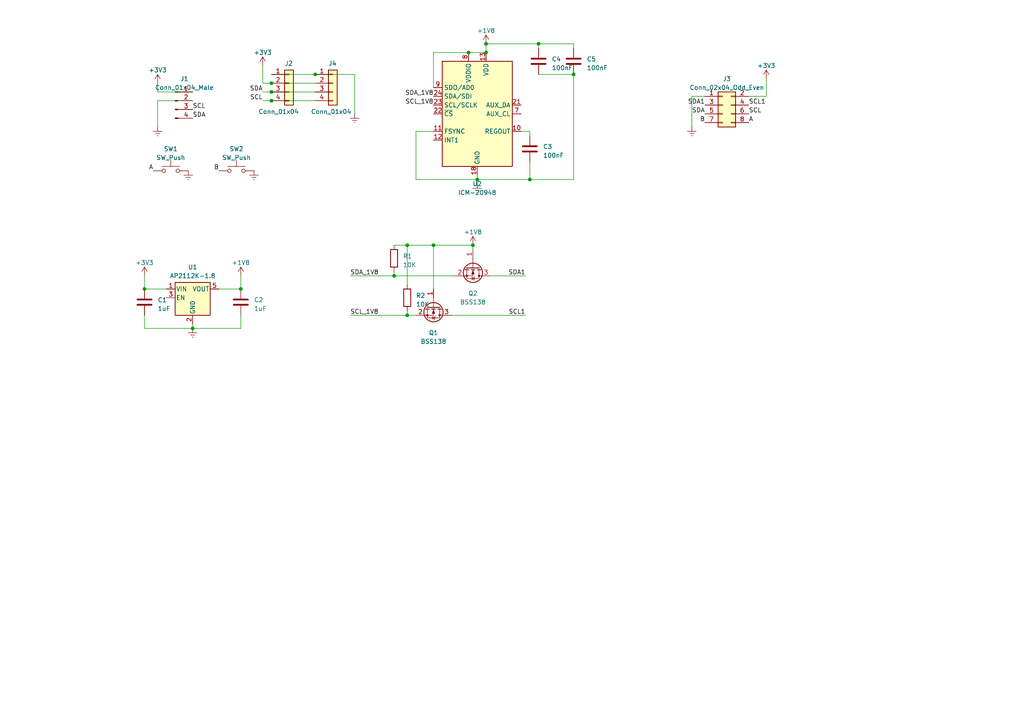
<source format=kicad_sch>
(kicad_sch (version 20210406) (generator eeschema)
  (paper "A4")
  (lib_symbols
    (symbol "Connector:Conn_01x04_Male" (pin_names (offset 1.016) hide)
      (property "Reference" "J" (at 0 5.08 0))
      (property "Value" "Conn_01x04_Male" (at 0 -7.62 0))
      (symbol "Conn_01x04_Male_1_1"
        (rectangle (start 0.8636 -4.953) (end 0 -5.207) (stroke (width 0.1524)) (fill (type outline)))
        (rectangle (start 0.8636 -2.413) (end 0 -2.667) (stroke (width 0.1524)) (fill (type outline)))
        (rectangle (start 0.8636 0.127) (end 0 -0.127) (stroke (width 0.1524)) (fill (type outline)))
        (rectangle (start 0.8636 2.667) (end 0 2.413) (stroke (width 0.1524)) (fill (type outline)))
        (polyline (pts (xy 1.27 -5.08) (xy 0.8636 -5.08)) (stroke (width 0.1524)))
        (polyline (pts (xy 1.27 -2.54) (xy 0.8636 -2.54)) (stroke (width 0.1524)))
        (polyline (pts (xy 1.27 0) (xy 0.8636 0)) (stroke (width 0.1524)))
        (polyline (pts (xy 1.27 2.54) (xy 0.8636 2.54)) (stroke (width 0.1524)))
        (pin passive line (at 5.08 2.54 180) (length 3.81) (name "Pin_1") (number "1"))
        (pin passive line (at 5.08 0 180) (length 3.81) (name "Pin_2") (number "2"))
        (pin passive line (at 5.08 -2.54 180) (length 3.81) (name "Pin_3") (number "3"))
        (pin passive line (at 5.08 -5.08 180) (length 3.81) (name "Pin_4") (number "4"))
      )
    )
    (symbol "Connector_Generic:Conn_01x04" (pin_names (offset 1.016) hide)
      (property "Reference" "J" (at 0 5.08 0))
      (property "Value" "Conn_01x04" (at 0 -7.62 0))
      (symbol "Conn_01x04_1_1"
        (rectangle (start -1.27 -4.953) (end 0 -5.207) (stroke (width 0.1524)))
        (rectangle (start -1.27 -2.413) (end 0 -2.667) (stroke (width 0.1524)))
        (rectangle (start -1.27 0.127) (end 0 -0.127) (stroke (width 0.1524)))
        (rectangle (start -1.27 2.667) (end 0 2.413) (stroke (width 0.1524)))
        (rectangle (start -1.27 3.81) (end 1.27 -6.35) (stroke (width 0.254)) (fill (type background)))
        (pin passive line (at -5.08 2.54 0) (length 3.81) (name "Pin_1") (number "1"))
        (pin passive line (at -5.08 0 0) (length 3.81) (name "Pin_2") (number "2"))
        (pin passive line (at -5.08 -2.54 0) (length 3.81) (name "Pin_3") (number "3"))
        (pin passive line (at -5.08 -5.08 0) (length 3.81) (name "Pin_4") (number "4"))
      )
    )
    (symbol "Connector_Generic:Conn_02x04_Odd_Even" (pin_names (offset 1.016) hide)
      (property "Reference" "J" (at 1.27 5.08 0))
      (property "Value" "Conn_02x04_Odd_Even" (at 1.27 -7.62 0))
      (symbol "Conn_02x04_Odd_Even_1_1"
        (rectangle (start -1.27 -4.953) (end 0 -5.207) (stroke (width 0.1524)))
        (rectangle (start -1.27 -2.413) (end 0 -2.667) (stroke (width 0.1524)))
        (rectangle (start -1.27 0.127) (end 0 -0.127) (stroke (width 0.1524)))
        (rectangle (start -1.27 2.667) (end 0 2.413) (stroke (width 0.1524)))
        (rectangle (start 3.81 -4.953) (end 2.54 -5.207) (stroke (width 0.1524)))
        (rectangle (start 3.81 -2.413) (end 2.54 -2.667) (stroke (width 0.1524)))
        (rectangle (start 3.81 0.127) (end 2.54 -0.127) (stroke (width 0.1524)))
        (rectangle (start 3.81 2.667) (end 2.54 2.413) (stroke (width 0.1524)))
        (rectangle (start -1.27 3.81) (end 3.81 -6.35) (stroke (width 0.254)) (fill (type background)))
        (pin passive line (at -5.08 2.54 0) (length 3.81) (name "Pin_1") (number "1"))
        (pin passive line (at 7.62 2.54 180) (length 3.81) (name "Pin_2") (number "2"))
        (pin passive line (at -5.08 0 0) (length 3.81) (name "Pin_3") (number "3"))
        (pin passive line (at 7.62 0 180) (length 3.81) (name "Pin_4") (number "4"))
        (pin passive line (at -5.08 -2.54 0) (length 3.81) (name "Pin_5") (number "5"))
        (pin passive line (at 7.62 -2.54 180) (length 3.81) (name "Pin_6") (number "6"))
        (pin passive line (at -5.08 -5.08 0) (length 3.81) (name "Pin_7") (number "7"))
        (pin passive line (at 7.62 -5.08 180) (length 3.81) (name "Pin_8") (number "8"))
      )
    )
    (symbol "Device:C" (pin_numbers hide) (pin_names (offset 0.254))
      (property "Reference" "C" (at 0.635 2.54 0))
      (property "Value" "C" (at 0.635 -2.54 0))
      (symbol "C_0_1"
        (polyline (pts (xy -2.032 -0.762) (xy 2.032 -0.762)) (stroke (width 0.508)))
        (polyline (pts (xy -2.032 0.762) (xy 2.032 0.762)) (stroke (width 0.508)))
      )
      (symbol "C_1_1"
        (pin passive line (at 0 3.81 270) (length 2.794) (name "~") (number "1"))
        (pin passive line (at 0 -3.81 90) (length 2.794) (name "~") (number "2"))
      )
    )
    (symbol "Device:R" (pin_numbers hide) (pin_names (offset 0))
      (property "Reference" "R" (at 2.032 0 90))
      (property "Value" "R" (at 0 0 90))
      (symbol "R_0_1"
        (rectangle (start -1.016 -2.54) (end 1.016 2.54) (stroke (width 0.254)))
      )
      (symbol "R_1_1"
        (pin passive line (at 0 3.81 270) (length 1.27) (name "~") (number "1"))
        (pin passive line (at 0 -3.81 90) (length 1.27) (name "~") (number "2"))
      )
    )
    (symbol "Regulator_Linear:AP2112K-1.8" (pin_names (offset 0.254))
      (property "Reference" "U" (at -5.08 5.715 0))
      (property "Value" "AP2112K-1.8" (at 0 5.715 0))
      (symbol "AP2112K-1.8_0_1"
        (rectangle (start -5.08 4.445) (end 5.08 -5.08) (stroke (width 0.254)) (fill (type background)))
      )
      (symbol "AP2112K-1.8_1_1"
        (pin power_in line (at -7.62 2.54 0) (length 2.54) (name "VIN") (number "1"))
        (pin power_in line (at 0 -7.62 90) (length 2.54) (name "GND") (number "2"))
        (pin input line (at -7.62 0 0) (length 2.54) (name "EN") (number "3"))
        (pin no_connect line (at 5.08 0 180) (length 2.54) hide (name "NC") (number "4"))
        (pin power_out line (at 7.62 2.54 180) (length 2.54) (name "VOUT") (number "5"))
      )
    )
    (symbol "Sensor_Motion:ICM-20948"
      (property "Reference" "U" (at -11.43 16.51 0))
      (property "Value" "ICM-20948" (at 7.62 -16.51 0))
      (symbol "ICM-20948_0_1"
        (rectangle (start -10.16 15.24) (end 10.16 -15.24) (stroke (width 0.254)) (fill (type background)))
      )
      (symbol "ICM-20948_1_1"
        (pin no_connect line (at -10.16 12.7 0) (length 2.54) hide (name "NC") (number "1"))
        (pin passive line (at 12.7 -5.08 180) (length 2.54) (name "REGOUT") (number "10"))
        (pin input line (at -12.7 -5.08 0) (length 2.54) (name "FSYNC") (number "11"))
        (pin output line (at -12.7 -7.62 0) (length 2.54) (name "INT1") (number "12"))
        (pin power_in line (at 2.54 17.78 270) (length 2.54) (name "VDD") (number "13"))
        (pin no_connect line (at 10.16 7.62 180) (length 2.54) hide (name "NC") (number "14"))
        (pin no_connect line (at 10.16 5.08 180) (length 2.54) hide (name "NC") (number "15"))
        (pin no_connect line (at 10.16 -7.62 180) (length 2.54) hide (name "NC") (number "16"))
        (pin no_connect line (at 10.16 -10.16 180) (length 2.54) hide (name "NC") (number "17"))
        (pin power_in line (at 0 -17.78 90) (length 2.54) (name "GND") (number "18"))
        (pin no_connect line (at 10.16 -12.7 180) (length 2.54) hide (name "RESV") (number "19"))
        (pin no_connect line (at -10.16 10.16 0) (length 2.54) hide (name "NC") (number "2"))
        (pin passive line (at 0 -17.78 90) (length 2.54) hide (name "GND") (number "20"))
        (pin bidirectional line (at 12.7 2.54 180) (length 2.54) (name "AUX_DA") (number "21"))
        (pin input line (at -12.7 0 0) (length 2.54) (name "~CS") (number "22"))
        (pin input line (at -12.7 2.54 0) (length 2.54) (name "SCL/SCLK") (number "23"))
        (pin bidirectional line (at -12.7 5.08 0) (length 2.54) (name "SDA/SDI") (number "24"))
        (pin no_connect line (at -10.16 -2.54 0) (length 2.54) hide (name "NC") (number "3"))
        (pin no_connect line (at -10.16 -10.16 0) (length 2.54) hide (name "NC") (number "4"))
        (pin no_connect line (at -10.16 -12.7 0) (length 2.54) hide (name "NC") (number "5"))
        (pin no_connect line (at 10.16 10.16 180) (length 2.54) hide (name "NC") (number "6"))
        (pin output line (at 12.7 0 180) (length 2.54) (name "AUX_CL") (number "7"))
        (pin power_in line (at -2.54 17.78 270) (length 2.54) (name "VDDIO") (number "8"))
        (pin bidirectional line (at -12.7 7.62 0) (length 2.54) (name "SDO/AD0") (number "9"))
      )
    )
    (symbol "Switch:SW_Push" (pin_numbers hide) (pin_names (offset 1.016) hide)
      (property "Reference" "SW" (at 1.27 2.54 0))
      (property "Value" "SW_Push" (at 0 -1.524 0))
      (symbol "SW_Push_0_1"
        (circle (center -2.032 0) (radius 0.508))
        (circle (center 2.032 0) (radius 0.508))
        (polyline (pts (xy 0 1.27) (xy 0 3.048)))
        (polyline (pts (xy 2.54 1.27) (xy -2.54 1.27)))
        (pin passive line (at -5.08 0 0) (length 2.54) (name "1") (number "1"))
        (pin passive line (at 5.08 0 180) (length 2.54) (name "2") (number "2"))
      )
    )
    (symbol "Transistor_FET:BSS138" (pin_names hide)
      (property "Reference" "Q" (at 5.08 1.905 0))
      (property "Value" "BSS138" (at 5.08 0 0))
      (symbol "BSS138_0_1"
        (circle (center 1.651 0) (radius 2.794) (stroke (width 0.254)))
        (circle (center 2.54 -1.778) (radius 0.254) (fill (type outline)))
        (circle (center 2.54 1.778) (radius 0.254) (fill (type outline)))
        (polyline (pts (xy 0.254 0) (xy -2.54 0)))
        (polyline (pts (xy 0.254 1.905) (xy 0.254 -1.905)) (stroke (width 0.254)))
        (polyline (pts (xy 0.762 -1.27) (xy 0.762 -2.286)) (stroke (width 0.254)))
        (polyline (pts (xy 0.762 0.508) (xy 0.762 -0.508)) (stroke (width 0.254)))
        (polyline (pts (xy 0.762 2.286) (xy 0.762 1.27)) (stroke (width 0.254)))
        (polyline (pts (xy 2.54 2.54) (xy 2.54 1.778)))
        (polyline (pts (xy 2.54 -2.54) (xy 2.54 0) (xy 0.762 0)))
        (polyline (pts (xy 0.762 -1.778) (xy 3.302 -1.778) (xy 3.302 1.778) (xy 0.762 1.778)))
        (polyline (pts (xy 2.794 0.508) (xy 2.921 0.381) (xy 3.683 0.381) (xy 3.81 0.254)))
        (polyline (pts (xy 3.302 0.381) (xy 2.921 -0.254) (xy 3.683 -0.254) (xy 3.302 0.381)))
        (polyline (pts (xy 1.016 0) (xy 2.032 0.381) (xy 2.032 -0.381) (xy 1.016 0)) (fill (type outline)))
      )
      (symbol "BSS138_1_1"
        (pin input line (at -5.08 0 0) (length 2.54) (name "G") (number "1"))
        (pin passive line (at 2.54 -5.08 90) (length 2.54) (name "S") (number "2"))
        (pin passive line (at 2.54 5.08 270) (length 2.54) (name "D") (number "3"))
      )
    )
    (symbol "power:+1V8" (power) (pin_names (offset 0))
      (property "Value" "+1V8" (at 0 3.556 0))
      (symbol "+1V8_0_1"
        (polyline (pts (xy -0.762 1.27) (xy 0 2.54)))
        (polyline (pts (xy 0 0) (xy 0 2.54)))
        (polyline (pts (xy 0 2.54) (xy 0.762 1.27)))
      )
      (symbol "+1V8_1_1"
        (pin power_in line (at 0 0 90) (length 0) hide (name "+1V8") (number "1"))
      )
    )
    (symbol "power:+3.3V" (power) (pin_names (offset 0))
      (property "Value" "+3.3V" (at 0 3.556 0))
      (symbol "+3.3V_0_1"
        (polyline (pts (xy -0.762 1.27) (xy 0 2.54)))
        (polyline (pts (xy 0 0) (xy 0 2.54)))
        (polyline (pts (xy 0 2.54) (xy 0.762 1.27)))
      )
      (symbol "+3.3V_1_1"
        (pin power_in line (at 0 0 90) (length 0) hide (name "+3V3") (number "1"))
      )
    )
    (symbol "power:GNDREF" (power) (pin_names (offset 0))
      (property "Value" "GNDREF" (at 0 -3.81 0))
      (symbol "GNDREF_0_1"
        (polyline (pts (xy -0.635 -1.905) (xy 0.635 -1.905)))
        (polyline (pts (xy -0.127 -2.54) (xy 0.127 -2.54)))
        (polyline (pts (xy 0 -1.27) (xy 0 0)))
        (polyline (pts (xy 1.27 -1.27) (xy -1.27 -1.27)))
      )
      (symbol "GNDREF_1_1"
        (pin power_in line (at 0 0 270) (length 0) hide (name "GNDREF") (number "1"))
      )
    )
  )
  (junction (at 41.91 83.82) (diameter 0.9144))
  (junction (at 55.88 95.25) (diameter 0.9144))
  (junction (at 69.85 83.82) (diameter 0.9144))
  (junction (at 78.74 24.13) (diameter 0.9144))
  (junction (at 78.74 26.67) (diameter 0.9144))
  (junction (at 78.74 29.21) (diameter 0.9144))
  (junction (at 91.44 21.59) (diameter 0.9144))
  (junction (at 114.3 80.01) (diameter 0.9144))
  (junction (at 118.11 71.12) (diameter 0.9144))
  (junction (at 118.11 91.44) (diameter 0.9144))
  (junction (at 125.73 71.12) (diameter 0.9144))
  (junction (at 135.89 15.24) (diameter 0.9144))
  (junction (at 137.16 71.12) (diameter 0.9144))
  (junction (at 138.43 52.07) (diameter 0.9144))
  (junction (at 140.97 12.7) (diameter 0.9144))
  (junction (at 140.97 15.24) (diameter 0.9144))
  (junction (at 153.67 52.07) (diameter 0.9144))
  (junction (at 156.21 12.7) (diameter 0.9144))
  (junction (at 166.37 21.59) (diameter 0.9144))
  (wire (pts (xy 41.91 80.01) (xy 41.91 83.82)))
  (wire (pts (xy 41.91 83.82) (xy 48.26 83.82)))
  (wire (pts (xy 41.91 91.44) (xy 41.91 95.25)))
  (wire (pts (xy 41.91 95.25) (xy 55.88 95.25)))
  (wire (pts (xy 45.72 24.13) (xy 45.72 26.67)))
  (wire (pts (xy 45.72 29.21) (xy 45.72 36.83)))
  (wire (pts (xy 55.88 26.67) (xy 45.72 26.67)))
  (wire (pts (xy 55.88 29.21) (xy 45.72 29.21)))
  (wire (pts (xy 55.88 93.98) (xy 55.88 95.25)))
  (wire (pts (xy 55.88 95.25) (xy 69.85 95.25)))
  (wire (pts (xy 63.5 83.82) (xy 69.85 83.82)))
  (wire (pts (xy 69.85 80.01) (xy 69.85 83.82)))
  (wire (pts (xy 69.85 91.44) (xy 69.85 95.25)))
  (wire (pts (xy 76.2 24.13) (xy 76.2 19.05)))
  (wire (pts (xy 76.2 26.67) (xy 78.74 26.67)))
  (wire (pts (xy 76.2 29.21) (xy 78.74 29.21)))
  (wire (pts (xy 78.74 21.59) (xy 91.44 21.59)))
  (wire (pts (xy 78.74 24.13) (xy 76.2 24.13)))
  (wire (pts (xy 78.74 24.13) (xy 91.44 24.13)))
  (wire (pts (xy 78.74 26.67) (xy 91.44 26.67)))
  (wire (pts (xy 78.74 29.21) (xy 91.44 29.21)))
  (wire (pts (xy 91.44 21.59) (xy 102.87 21.59)))
  (wire (pts (xy 101.6 80.01) (xy 114.3 80.01)))
  (wire (pts (xy 101.6 91.44) (xy 118.11 91.44)))
  (wire (pts (xy 102.87 21.59) (xy 102.87 33.02)))
  (wire (pts (xy 114.3 71.12) (xy 118.11 71.12)))
  (wire (pts (xy 114.3 78.74) (xy 114.3 80.01)))
  (wire (pts (xy 114.3 80.01) (xy 132.08 80.01)))
  (wire (pts (xy 118.11 71.12) (xy 118.11 82.55)))
  (wire (pts (xy 118.11 71.12) (xy 125.73 71.12)))
  (wire (pts (xy 118.11 90.17) (xy 118.11 91.44)))
  (wire (pts (xy 118.11 91.44) (xy 120.65 91.44)))
  (wire (pts (xy 120.65 38.1) (xy 120.65 52.07)))
  (wire (pts (xy 120.65 52.07) (xy 138.43 52.07)))
  (wire (pts (xy 125.73 15.24) (xy 135.89 15.24)))
  (wire (pts (xy 125.73 25.4) (xy 125.73 15.24)))
  (wire (pts (xy 125.73 38.1) (xy 120.65 38.1)))
  (wire (pts (xy 125.73 71.12) (xy 137.16 71.12)))
  (wire (pts (xy 125.73 83.82) (xy 125.73 71.12)))
  (wire (pts (xy 130.81 91.44) (xy 152.4 91.44)))
  (wire (pts (xy 135.89 15.24) (xy 140.97 15.24)))
  (wire (pts (xy 137.16 71.12) (xy 137.16 72.39)))
  (wire (pts (xy 138.43 50.8) (xy 138.43 52.07)))
  (wire (pts (xy 138.43 52.07) (xy 138.43 53.34)))
  (wire (pts (xy 138.43 52.07) (xy 153.67 52.07)))
  (wire (pts (xy 140.97 12.7) (xy 140.97 15.24)))
  (wire (pts (xy 140.97 12.7) (xy 156.21 12.7)))
  (wire (pts (xy 142.24 80.01) (xy 152.4 80.01)))
  (wire (pts (xy 151.13 38.1) (xy 153.67 38.1)))
  (wire (pts (xy 153.67 38.1) (xy 153.67 39.37)))
  (wire (pts (xy 153.67 46.99) (xy 153.67 52.07)))
  (wire (pts (xy 156.21 12.7) (xy 156.21 13.97)))
  (wire (pts (xy 156.21 12.7) (xy 166.37 12.7)))
  (wire (pts (xy 156.21 21.59) (xy 166.37 21.59)))
  (wire (pts (xy 166.37 12.7) (xy 166.37 13.97)))
  (wire (pts (xy 166.37 21.59) (xy 166.37 52.07)))
  (wire (pts (xy 166.37 52.07) (xy 153.67 52.07)))
  (wire (pts (xy 200.66 27.94) (xy 200.66 36.83)))
  (wire (pts (xy 200.66 27.94) (xy 204.47 27.94)))
  (wire (pts (xy 217.17 27.94) (xy 222.25 27.94)))
  (wire (pts (xy 222.25 22.86) (xy 222.25 27.94)))
  (label "A" (at 44.45 49.53 180))
  (label "SCL" (at 55.88 31.75 0))
  (label "SDA" (at 55.88 34.29 0))
  (label "B" (at 63.5 49.53 180))
  (label "SDA" (at 76.2 26.67 180))
  (label "SCL" (at 76.2 29.21 180))
  (label "SDA_1V8" (at 101.6 80.01 0))
  (label "SCL_1V8" (at 101.6 91.44 0))
  (label "SDA_1V8" (at 125.73 27.94 180))
  (label "SCL_1V8" (at 125.73 30.48 180))
  (label "SDA1" (at 152.4 80.01 180))
  (label "SCL1" (at 152.4 91.44 180))
  (label "SDA1" (at 204.47 30.48 180))
  (label "SDA" (at 204.47 33.02 180))
  (label "B" (at 204.47 35.56 180))
  (label "SCL1" (at 217.17 30.48 0))
  (label "SCL" (at 217.17 33.02 0))
  (label "A" (at 217.17 35.56 0))
  (symbol (lib_id "power:+3.3V") (at 41.91 80.01 0) (unit 1)
    (property "Reference" "#PWR01" (effects hide))
    (property "Value" "+3.3V" (at 41.91 76.2 0))
  )
  (symbol (lib_id "power:+3.3V") (at 45.72 24.13 0) (unit 1)
    (property "Reference" "#PWR0103" (effects hide))
    (property "Value" "+3.3V" (at 45.72 20.32 0))
  )
  (symbol (lib_id "power:+1V8") (at 69.85 80.01 0) (unit 1)
    (property "Reference" "#PWR03" (effects hide))
    (property "Value" "+1V8" (at 69.85 76.2 0))
  )
  (symbol (lib_id "power:+3.3V") (at 76.2 19.05 0) (unit 1)
    (property "Reference" "#PWR0108" (effects hide))
    (property "Value" "+3.3V" (at 76.2 15.24 0))
  )
  (symbol (lib_id "power:+1V8") (at 137.16 71.12 0) (unit 1)
    (property "Reference" "#PWR04" (effects hide))
    (property "Value" "+1V8" (at 137.16 67.31 0))
  )
  (symbol (lib_id "power:+1V8") (at 140.97 12.7 0) (unit 1)
    (property "Reference" "#PWR06" (effects hide))
    (property "Value" "+1V8" (at 140.97 8.89 0))
  )
  (symbol (lib_id "power:+3.3V") (at 222.25 22.86 0) (unit 1)
    (property "Reference" "#PWR0102" (effects hide))
    (property "Value" "+3.3V" (at 222.25 19.05 0))
  )
  (symbol (lib_id "power:GNDREF") (at 45.72 36.83 0) (unit 1)
    (property "Reference" "#PWR0104" (effects hide))
    (property "Value" "GNDREF" (effects hide))
  )
  (symbol (lib_id "power:GNDREF") (at 54.61 49.53 0) (unit 1)
    (property "Reference" "#PWR0105" (effects hide))
    (property "Value" "GNDREF" (effects hide))
  )
  (symbol (lib_id "power:GNDREF") (at 55.88 95.25 0) (unit 1)
    (property "Reference" "#PWR02" (effects hide))
    (property "Value" "GNDREF" (effects hide))
  )
  (symbol (lib_id "power:GNDREF") (at 73.66 49.53 0) (unit 1)
    (property "Reference" "#PWR0106" (effects hide))
    (property "Value" "GNDREF" (effects hide))
  )
  (symbol (lib_id "power:GNDREF") (at 102.87 33.02 0) (unit 1)
    (property "Reference" "#PWR0107" (effects hide))
    (property "Value" "GNDREF" (effects hide))
  )
  (symbol (lib_id "power:GNDREF") (at 138.43 53.34 0) (unit 1)
    (property "Reference" "#PWR05" (effects hide))
    (property "Value" "GNDREF" (effects hide))
  )
  (symbol (lib_id "power:GNDREF") (at 200.66 36.83 0) (unit 1)
    (property "Reference" "#PWR0101" (effects hide))
    (property "Value" "GNDREF" (effects hide))
  )
  (symbol (lib_id "Device:R") (at 114.3 74.93 0) (unit 1)
    (property "Reference" "R1" (at 116.84 74.2949 0) (effects (justify left)))
    (property "Value" "10K" (at 116.84 76.8349 0) (effects (justify left)))
    (property "Footprint" "Resistor_SMD:R_0603_1608Metric" (effects hide))
  )
  (symbol (lib_id "Device:R") (at 118.11 86.36 0) (unit 1)
    (property "Reference" "R2" (at 120.65 85.7249 0) (effects (justify left)))
    (property "Value" "10K" (at 120.65 88.2649 0) (effects (justify left)))
    (property "Footprint" "Resistor_SMD:R_0603_1608Metric" (effects hide))
  )
  (symbol (lib_id "Device:C") (at 41.91 87.63 0) (unit 1)
    (property "Reference" "C1" (at 45.72 86.9949 0) (effects (justify left)))
    (property "Value" "1uF" (at 45.72 89.5349 0) (effects (justify left)))
    (property "Footprint" "Capacitor_SMD:C_0805_2012Metric" (effects hide))
  )
  (symbol (lib_id "Device:C") (at 69.85 87.63 0) (unit 1)
    (property "Reference" "C2" (at 73.66 86.9949 0) (effects (justify left)))
    (property "Value" "1uF" (at 73.66 89.5349 0) (effects (justify left)))
    (property "Footprint" "Capacitor_SMD:C_0805_2012Metric" (effects hide))
  )
  (symbol (lib_id "Device:C") (at 153.67 43.18 0) (unit 1)
    (property "Reference" "C3" (at 157.48 42.5449 0) (effects (justify left)))
    (property "Value" "100nF" (at 157.48 45.0849 0) (effects (justify left)))
    (property "Footprint" "Capacitor_SMD:C_0603_1608Metric" (effects hide))
  )
  (symbol (lib_id "Device:C") (at 156.21 17.78 0) (unit 1)
    (property "Reference" "C4" (at 160.02 17.1449 0) (effects (justify left)))
    (property "Value" "100nF" (at 160.02 19.6849 0) (effects (justify left)))
    (property "Footprint" "Capacitor_SMD:C_0603_1608Metric" (effects hide))
  )
  (symbol (lib_id "Device:C") (at 166.37 17.78 0) (unit 1)
    (property "Reference" "C5" (at 170.18 17.1449 0) (effects (justify left)))
    (property "Value" "100nF" (at 170.18 19.6849 0) (effects (justify left)))
    (property "Footprint" "Capacitor_SMD:C_0603_1608Metric" (effects hide))
  )
  (symbol (lib_id "Switch:SW_Push") (at 49.53 49.53 0) (unit 1)
    (property "Reference" "SW1" (at 49.53 43.18 0))
    (property "Value" "SW_Push" (at 49.53 45.72 0))
    (property "Footprint" "Button_Switch_THT:SW_PUSH_6mm_H4.3mm" (effects hide))
  )
  (symbol (lib_id "Switch:SW_Push") (at 68.58 49.53 0) (unit 1)
    (property "Reference" "SW2" (at 68.58 43.18 0))
    (property "Value" "SW_Push" (at 68.58 45.72 0))
    (property "Footprint" "Button_Switch_THT:SW_PUSH_6mm_H4.3mm" (effects hide))
  )
  (symbol (lib_id "Connector:Conn_01x04_Male") (at 50.8 29.21 0) (unit 1)
    (property "Reference" "J1" (at 53.4924 22.86 0))
    (property "Value" "Conn_01x04_Male" (at 53.4924 25.4 0))
    (property "Footprint" "shurik-personal:OLED_128x64_1_3in" (effects hide))
  )
  (symbol (lib_id "Connector_Generic:Conn_01x04") (at 83.82 24.13 0) (unit 1)
    (property "Reference" "J2" (at 82.55 18.4149 0) (effects (justify left)))
    (property "Value" "Conn_01x04" (at 74.93 32.3849 0) (effects (justify left)))
    (property "Footprint" "Connector_JST:JST_SH_SM04B-SRSS-TB_1x04-1MP_P1.00mm_Horizontal" (effects hide))
  )
  (symbol (lib_id "Connector_Generic:Conn_01x04") (at 96.52 24.13 0) (unit 1)
    (property "Reference" "J4" (at 95.25 18.4149 0) (effects (justify left)))
    (property "Value" "Conn_01x04" (at 90.17 32.3849 0) (effects (justify left)))
    (property "Footprint" "Connector_JST:JST_SH_SM04B-SRSS-TB_1x04-1MP_P1.00mm_Horizontal" (effects hide))
  )
  (symbol (lib_id "Transistor_FET:BSS138") (at 125.73 88.9 270) (unit 1)
    (property "Reference" "Q1" (at 125.73 96.52 90))
    (property "Value" "BSS138" (at 125.73 99.06 90))
    (property "Footprint" "Package_TO_SOT_SMD:SOT-23" (effects hide))
    (property "Datasheet" "https://www.onsemi.com/pub/Collateral/BSS138-D.PDF" (effects hide))
  )
  (symbol (lib_id "Transistor_FET:BSS138") (at 137.16 77.47 270) (unit 1)
    (property "Reference" "Q2" (at 137.16 85.09 90))
    (property "Value" "BSS138" (at 137.16 87.63 90))
    (property "Footprint" "Package_TO_SOT_SMD:SOT-23" (effects hide))
    (property "Datasheet" "https://www.onsemi.com/pub/Collateral/BSS138-D.PDF" (effects hide))
  )
  (symbol (lib_id "Connector_Generic:Conn_02x04_Odd_Even") (at 209.55 30.48 0) (unit 1)
    (property "Reference" "J3" (at 210.82 22.86 0))
    (property "Value" "Conn_02x04_Odd_Even" (at 210.82 25.4 0))
    (property "Footprint" "Connector_PinSocket_2.54mm:PinSocket_2x04_P2.54mm_Vertical" (effects hide))
  )
  (symbol (lib_id "Regulator_Linear:AP2112K-1.8") (at 55.88 86.36 0) (unit 1)
    (property "Reference" "U1" (at 55.88 77.47 0))
    (property "Value" "AP2112K-1.8" (at 55.88 80.01 0))
    (property "Footprint" "Package_TO_SOT_SMD:SOT-23-5" (effects hide))
    (property "Datasheet" "https://www.diodes.com/assets/Datasheets/AP2112.pdf" (effects hide))
  )
  (symbol (lib_id "Sensor_Motion:ICM-20948") (at 138.43 33.02 0) (unit 1)
    (property "Reference" "U2" (at 138.43 53.34 0))
    (property "Value" "ICM-20948" (at 138.43 55.88 0))
    (property "Footprint" "Sensor_Motion:InvenSense_QFN-24_3x3mm_P0.4mm" (effects hide))
    (property "Datasheet" "http://www.invensense.com/wp-content/uploads/2016/06/DS-000189-ICM-20948-v1.3.pdf" (effects hide))
  )
)
</source>
